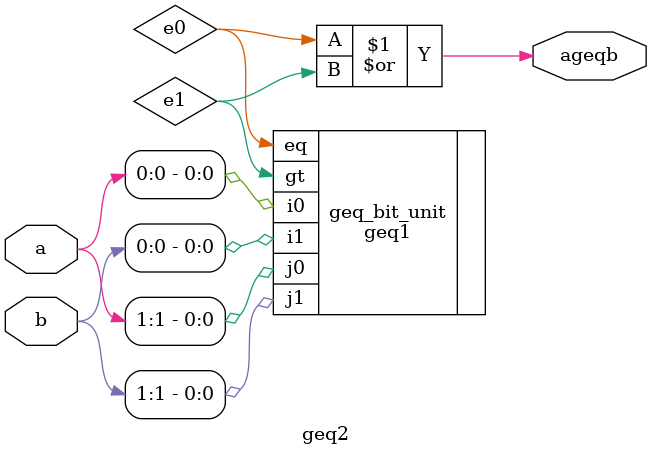
<source format=v>
module geq2
   (
    input  wire[1:0] a, b,			// a adn b are the two 2-bit numbers to compare
    output wire ageqb				// single bit output. Should be high if a adn b the same
   );

   // internal signal declaration, used to wire outpus of the 1 bit comparators
   wire e0, e1, e2;

   // body
   // instantiate two 1-bit comparators that we already know are tested and work
   // named instantiation allows us to change order of ports.
   geq1 geq_bit_unit (.i0(a[0]), .i1(b[0]), .j0(a[1]), .j1(b[1]), .eq(e0), .gt(e1)); // geq1 bit takes input and set output into e0 and e1

   // a and b are greater than OR equal, which comes from the 1-bit comparators
   assign ageqb = e0 | e1; // replace & with | for OR operation

endmodule
</source>
